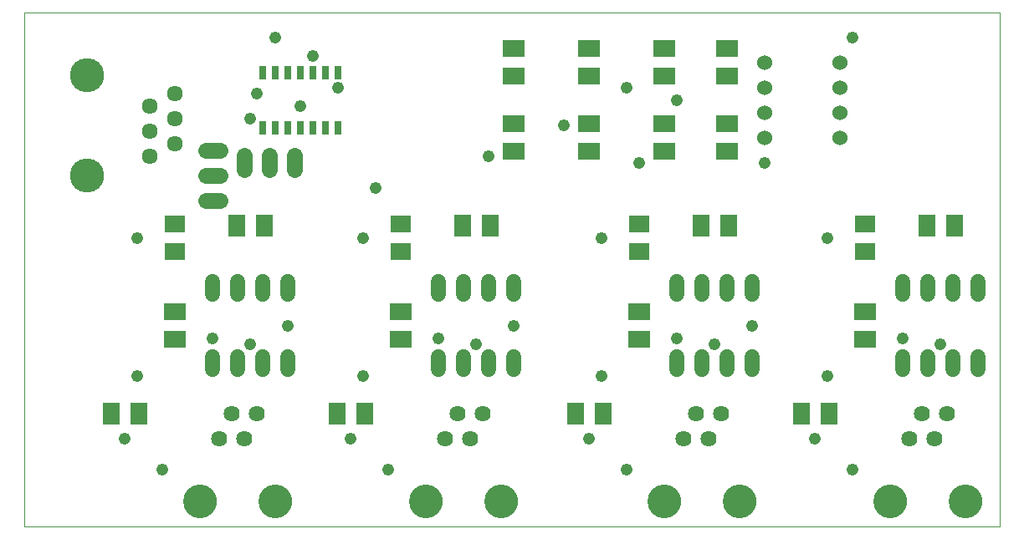
<source format=gts>
G75*
G70*
%OFA0B0*%
%FSLAX24Y24*%
%IPPOS*%
%LPD*%
%AMOC8*
5,1,8,0,0,1.08239X$1,22.5*
%
%ADD10C,0.0000*%
%ADD11C,0.0600*%
%ADD12R,0.0867X0.0710*%
%ADD13R,0.0710X0.0867*%
%ADD14R,0.0789X0.0710*%
%ADD15C,0.0634*%
%ADD16C,0.1360*%
%ADD17C,0.0640*%
%ADD18C,0.1340*%
%ADD19C,0.0600*%
%ADD20R,0.0316X0.0552*%
%ADD21C,0.0640*%
%ADD22C,0.0476*%
D10*
X000704Y003195D02*
X000704Y023691D01*
X039574Y023691D01*
X039574Y003195D01*
X000704Y003195D01*
X007074Y004195D02*
X007076Y004245D01*
X007082Y004295D01*
X007092Y004344D01*
X007106Y004392D01*
X007123Y004439D01*
X007144Y004484D01*
X007169Y004528D01*
X007197Y004569D01*
X007229Y004608D01*
X007263Y004645D01*
X007300Y004679D01*
X007340Y004709D01*
X007382Y004736D01*
X007426Y004760D01*
X007472Y004781D01*
X007519Y004797D01*
X007567Y004810D01*
X007617Y004819D01*
X007666Y004824D01*
X007717Y004825D01*
X007767Y004822D01*
X007816Y004815D01*
X007865Y004804D01*
X007913Y004789D01*
X007959Y004771D01*
X008004Y004749D01*
X008047Y004723D01*
X008088Y004694D01*
X008127Y004662D01*
X008163Y004627D01*
X008195Y004589D01*
X008225Y004549D01*
X008252Y004506D01*
X008275Y004462D01*
X008294Y004416D01*
X008310Y004368D01*
X008322Y004319D01*
X008330Y004270D01*
X008334Y004220D01*
X008334Y004170D01*
X008330Y004120D01*
X008322Y004071D01*
X008310Y004022D01*
X008294Y003974D01*
X008275Y003928D01*
X008252Y003884D01*
X008225Y003841D01*
X008195Y003801D01*
X008163Y003763D01*
X008127Y003728D01*
X008088Y003696D01*
X008047Y003667D01*
X008004Y003641D01*
X007959Y003619D01*
X007913Y003601D01*
X007865Y003586D01*
X007816Y003575D01*
X007767Y003568D01*
X007717Y003565D01*
X007666Y003566D01*
X007617Y003571D01*
X007567Y003580D01*
X007519Y003593D01*
X007472Y003609D01*
X007426Y003630D01*
X007382Y003654D01*
X007340Y003681D01*
X007300Y003711D01*
X007263Y003745D01*
X007229Y003782D01*
X007197Y003821D01*
X007169Y003862D01*
X007144Y003906D01*
X007123Y003951D01*
X007106Y003998D01*
X007092Y004046D01*
X007082Y004095D01*
X007076Y004145D01*
X007074Y004195D01*
X010074Y004195D02*
X010076Y004245D01*
X010082Y004295D01*
X010092Y004344D01*
X010106Y004392D01*
X010123Y004439D01*
X010144Y004484D01*
X010169Y004528D01*
X010197Y004569D01*
X010229Y004608D01*
X010263Y004645D01*
X010300Y004679D01*
X010340Y004709D01*
X010382Y004736D01*
X010426Y004760D01*
X010472Y004781D01*
X010519Y004797D01*
X010567Y004810D01*
X010617Y004819D01*
X010666Y004824D01*
X010717Y004825D01*
X010767Y004822D01*
X010816Y004815D01*
X010865Y004804D01*
X010913Y004789D01*
X010959Y004771D01*
X011004Y004749D01*
X011047Y004723D01*
X011088Y004694D01*
X011127Y004662D01*
X011163Y004627D01*
X011195Y004589D01*
X011225Y004549D01*
X011252Y004506D01*
X011275Y004462D01*
X011294Y004416D01*
X011310Y004368D01*
X011322Y004319D01*
X011330Y004270D01*
X011334Y004220D01*
X011334Y004170D01*
X011330Y004120D01*
X011322Y004071D01*
X011310Y004022D01*
X011294Y003974D01*
X011275Y003928D01*
X011252Y003884D01*
X011225Y003841D01*
X011195Y003801D01*
X011163Y003763D01*
X011127Y003728D01*
X011088Y003696D01*
X011047Y003667D01*
X011004Y003641D01*
X010959Y003619D01*
X010913Y003601D01*
X010865Y003586D01*
X010816Y003575D01*
X010767Y003568D01*
X010717Y003565D01*
X010666Y003566D01*
X010617Y003571D01*
X010567Y003580D01*
X010519Y003593D01*
X010472Y003609D01*
X010426Y003630D01*
X010382Y003654D01*
X010340Y003681D01*
X010300Y003711D01*
X010263Y003745D01*
X010229Y003782D01*
X010197Y003821D01*
X010169Y003862D01*
X010144Y003906D01*
X010123Y003951D01*
X010106Y003998D01*
X010092Y004046D01*
X010082Y004095D01*
X010076Y004145D01*
X010074Y004195D01*
X016074Y004195D02*
X016076Y004245D01*
X016082Y004295D01*
X016092Y004344D01*
X016106Y004392D01*
X016123Y004439D01*
X016144Y004484D01*
X016169Y004528D01*
X016197Y004569D01*
X016229Y004608D01*
X016263Y004645D01*
X016300Y004679D01*
X016340Y004709D01*
X016382Y004736D01*
X016426Y004760D01*
X016472Y004781D01*
X016519Y004797D01*
X016567Y004810D01*
X016617Y004819D01*
X016666Y004824D01*
X016717Y004825D01*
X016767Y004822D01*
X016816Y004815D01*
X016865Y004804D01*
X016913Y004789D01*
X016959Y004771D01*
X017004Y004749D01*
X017047Y004723D01*
X017088Y004694D01*
X017127Y004662D01*
X017163Y004627D01*
X017195Y004589D01*
X017225Y004549D01*
X017252Y004506D01*
X017275Y004462D01*
X017294Y004416D01*
X017310Y004368D01*
X017322Y004319D01*
X017330Y004270D01*
X017334Y004220D01*
X017334Y004170D01*
X017330Y004120D01*
X017322Y004071D01*
X017310Y004022D01*
X017294Y003974D01*
X017275Y003928D01*
X017252Y003884D01*
X017225Y003841D01*
X017195Y003801D01*
X017163Y003763D01*
X017127Y003728D01*
X017088Y003696D01*
X017047Y003667D01*
X017004Y003641D01*
X016959Y003619D01*
X016913Y003601D01*
X016865Y003586D01*
X016816Y003575D01*
X016767Y003568D01*
X016717Y003565D01*
X016666Y003566D01*
X016617Y003571D01*
X016567Y003580D01*
X016519Y003593D01*
X016472Y003609D01*
X016426Y003630D01*
X016382Y003654D01*
X016340Y003681D01*
X016300Y003711D01*
X016263Y003745D01*
X016229Y003782D01*
X016197Y003821D01*
X016169Y003862D01*
X016144Y003906D01*
X016123Y003951D01*
X016106Y003998D01*
X016092Y004046D01*
X016082Y004095D01*
X016076Y004145D01*
X016074Y004195D01*
X019074Y004195D02*
X019076Y004245D01*
X019082Y004295D01*
X019092Y004344D01*
X019106Y004392D01*
X019123Y004439D01*
X019144Y004484D01*
X019169Y004528D01*
X019197Y004569D01*
X019229Y004608D01*
X019263Y004645D01*
X019300Y004679D01*
X019340Y004709D01*
X019382Y004736D01*
X019426Y004760D01*
X019472Y004781D01*
X019519Y004797D01*
X019567Y004810D01*
X019617Y004819D01*
X019666Y004824D01*
X019717Y004825D01*
X019767Y004822D01*
X019816Y004815D01*
X019865Y004804D01*
X019913Y004789D01*
X019959Y004771D01*
X020004Y004749D01*
X020047Y004723D01*
X020088Y004694D01*
X020127Y004662D01*
X020163Y004627D01*
X020195Y004589D01*
X020225Y004549D01*
X020252Y004506D01*
X020275Y004462D01*
X020294Y004416D01*
X020310Y004368D01*
X020322Y004319D01*
X020330Y004270D01*
X020334Y004220D01*
X020334Y004170D01*
X020330Y004120D01*
X020322Y004071D01*
X020310Y004022D01*
X020294Y003974D01*
X020275Y003928D01*
X020252Y003884D01*
X020225Y003841D01*
X020195Y003801D01*
X020163Y003763D01*
X020127Y003728D01*
X020088Y003696D01*
X020047Y003667D01*
X020004Y003641D01*
X019959Y003619D01*
X019913Y003601D01*
X019865Y003586D01*
X019816Y003575D01*
X019767Y003568D01*
X019717Y003565D01*
X019666Y003566D01*
X019617Y003571D01*
X019567Y003580D01*
X019519Y003593D01*
X019472Y003609D01*
X019426Y003630D01*
X019382Y003654D01*
X019340Y003681D01*
X019300Y003711D01*
X019263Y003745D01*
X019229Y003782D01*
X019197Y003821D01*
X019169Y003862D01*
X019144Y003906D01*
X019123Y003951D01*
X019106Y003998D01*
X019092Y004046D01*
X019082Y004095D01*
X019076Y004145D01*
X019074Y004195D01*
X025574Y004195D02*
X025576Y004245D01*
X025582Y004295D01*
X025592Y004344D01*
X025606Y004392D01*
X025623Y004439D01*
X025644Y004484D01*
X025669Y004528D01*
X025697Y004569D01*
X025729Y004608D01*
X025763Y004645D01*
X025800Y004679D01*
X025840Y004709D01*
X025882Y004736D01*
X025926Y004760D01*
X025972Y004781D01*
X026019Y004797D01*
X026067Y004810D01*
X026117Y004819D01*
X026166Y004824D01*
X026217Y004825D01*
X026267Y004822D01*
X026316Y004815D01*
X026365Y004804D01*
X026413Y004789D01*
X026459Y004771D01*
X026504Y004749D01*
X026547Y004723D01*
X026588Y004694D01*
X026627Y004662D01*
X026663Y004627D01*
X026695Y004589D01*
X026725Y004549D01*
X026752Y004506D01*
X026775Y004462D01*
X026794Y004416D01*
X026810Y004368D01*
X026822Y004319D01*
X026830Y004270D01*
X026834Y004220D01*
X026834Y004170D01*
X026830Y004120D01*
X026822Y004071D01*
X026810Y004022D01*
X026794Y003974D01*
X026775Y003928D01*
X026752Y003884D01*
X026725Y003841D01*
X026695Y003801D01*
X026663Y003763D01*
X026627Y003728D01*
X026588Y003696D01*
X026547Y003667D01*
X026504Y003641D01*
X026459Y003619D01*
X026413Y003601D01*
X026365Y003586D01*
X026316Y003575D01*
X026267Y003568D01*
X026217Y003565D01*
X026166Y003566D01*
X026117Y003571D01*
X026067Y003580D01*
X026019Y003593D01*
X025972Y003609D01*
X025926Y003630D01*
X025882Y003654D01*
X025840Y003681D01*
X025800Y003711D01*
X025763Y003745D01*
X025729Y003782D01*
X025697Y003821D01*
X025669Y003862D01*
X025644Y003906D01*
X025623Y003951D01*
X025606Y003998D01*
X025592Y004046D01*
X025582Y004095D01*
X025576Y004145D01*
X025574Y004195D01*
X028574Y004195D02*
X028576Y004245D01*
X028582Y004295D01*
X028592Y004344D01*
X028606Y004392D01*
X028623Y004439D01*
X028644Y004484D01*
X028669Y004528D01*
X028697Y004569D01*
X028729Y004608D01*
X028763Y004645D01*
X028800Y004679D01*
X028840Y004709D01*
X028882Y004736D01*
X028926Y004760D01*
X028972Y004781D01*
X029019Y004797D01*
X029067Y004810D01*
X029117Y004819D01*
X029166Y004824D01*
X029217Y004825D01*
X029267Y004822D01*
X029316Y004815D01*
X029365Y004804D01*
X029413Y004789D01*
X029459Y004771D01*
X029504Y004749D01*
X029547Y004723D01*
X029588Y004694D01*
X029627Y004662D01*
X029663Y004627D01*
X029695Y004589D01*
X029725Y004549D01*
X029752Y004506D01*
X029775Y004462D01*
X029794Y004416D01*
X029810Y004368D01*
X029822Y004319D01*
X029830Y004270D01*
X029834Y004220D01*
X029834Y004170D01*
X029830Y004120D01*
X029822Y004071D01*
X029810Y004022D01*
X029794Y003974D01*
X029775Y003928D01*
X029752Y003884D01*
X029725Y003841D01*
X029695Y003801D01*
X029663Y003763D01*
X029627Y003728D01*
X029588Y003696D01*
X029547Y003667D01*
X029504Y003641D01*
X029459Y003619D01*
X029413Y003601D01*
X029365Y003586D01*
X029316Y003575D01*
X029267Y003568D01*
X029217Y003565D01*
X029166Y003566D01*
X029117Y003571D01*
X029067Y003580D01*
X029019Y003593D01*
X028972Y003609D01*
X028926Y003630D01*
X028882Y003654D01*
X028840Y003681D01*
X028800Y003711D01*
X028763Y003745D01*
X028729Y003782D01*
X028697Y003821D01*
X028669Y003862D01*
X028644Y003906D01*
X028623Y003951D01*
X028606Y003998D01*
X028592Y004046D01*
X028582Y004095D01*
X028576Y004145D01*
X028574Y004195D01*
X034574Y004195D02*
X034576Y004245D01*
X034582Y004295D01*
X034592Y004344D01*
X034606Y004392D01*
X034623Y004439D01*
X034644Y004484D01*
X034669Y004528D01*
X034697Y004569D01*
X034729Y004608D01*
X034763Y004645D01*
X034800Y004679D01*
X034840Y004709D01*
X034882Y004736D01*
X034926Y004760D01*
X034972Y004781D01*
X035019Y004797D01*
X035067Y004810D01*
X035117Y004819D01*
X035166Y004824D01*
X035217Y004825D01*
X035267Y004822D01*
X035316Y004815D01*
X035365Y004804D01*
X035413Y004789D01*
X035459Y004771D01*
X035504Y004749D01*
X035547Y004723D01*
X035588Y004694D01*
X035627Y004662D01*
X035663Y004627D01*
X035695Y004589D01*
X035725Y004549D01*
X035752Y004506D01*
X035775Y004462D01*
X035794Y004416D01*
X035810Y004368D01*
X035822Y004319D01*
X035830Y004270D01*
X035834Y004220D01*
X035834Y004170D01*
X035830Y004120D01*
X035822Y004071D01*
X035810Y004022D01*
X035794Y003974D01*
X035775Y003928D01*
X035752Y003884D01*
X035725Y003841D01*
X035695Y003801D01*
X035663Y003763D01*
X035627Y003728D01*
X035588Y003696D01*
X035547Y003667D01*
X035504Y003641D01*
X035459Y003619D01*
X035413Y003601D01*
X035365Y003586D01*
X035316Y003575D01*
X035267Y003568D01*
X035217Y003565D01*
X035166Y003566D01*
X035117Y003571D01*
X035067Y003580D01*
X035019Y003593D01*
X034972Y003609D01*
X034926Y003630D01*
X034882Y003654D01*
X034840Y003681D01*
X034800Y003711D01*
X034763Y003745D01*
X034729Y003782D01*
X034697Y003821D01*
X034669Y003862D01*
X034644Y003906D01*
X034623Y003951D01*
X034606Y003998D01*
X034592Y004046D01*
X034582Y004095D01*
X034576Y004145D01*
X034574Y004195D01*
X037574Y004195D02*
X037576Y004245D01*
X037582Y004295D01*
X037592Y004344D01*
X037606Y004392D01*
X037623Y004439D01*
X037644Y004484D01*
X037669Y004528D01*
X037697Y004569D01*
X037729Y004608D01*
X037763Y004645D01*
X037800Y004679D01*
X037840Y004709D01*
X037882Y004736D01*
X037926Y004760D01*
X037972Y004781D01*
X038019Y004797D01*
X038067Y004810D01*
X038117Y004819D01*
X038166Y004824D01*
X038217Y004825D01*
X038267Y004822D01*
X038316Y004815D01*
X038365Y004804D01*
X038413Y004789D01*
X038459Y004771D01*
X038504Y004749D01*
X038547Y004723D01*
X038588Y004694D01*
X038627Y004662D01*
X038663Y004627D01*
X038695Y004589D01*
X038725Y004549D01*
X038752Y004506D01*
X038775Y004462D01*
X038794Y004416D01*
X038810Y004368D01*
X038822Y004319D01*
X038830Y004270D01*
X038834Y004220D01*
X038834Y004170D01*
X038830Y004120D01*
X038822Y004071D01*
X038810Y004022D01*
X038794Y003974D01*
X038775Y003928D01*
X038752Y003884D01*
X038725Y003841D01*
X038695Y003801D01*
X038663Y003763D01*
X038627Y003728D01*
X038588Y003696D01*
X038547Y003667D01*
X038504Y003641D01*
X038459Y003619D01*
X038413Y003601D01*
X038365Y003586D01*
X038316Y003575D01*
X038267Y003568D01*
X038217Y003565D01*
X038166Y003566D01*
X038117Y003571D01*
X038067Y003580D01*
X038019Y003593D01*
X037972Y003609D01*
X037926Y003630D01*
X037882Y003654D01*
X037840Y003681D01*
X037800Y003711D01*
X037763Y003745D01*
X037729Y003782D01*
X037697Y003821D01*
X037669Y003862D01*
X037644Y003906D01*
X037623Y003951D01*
X037606Y003998D01*
X037592Y004046D01*
X037582Y004095D01*
X037576Y004145D01*
X037574Y004195D01*
X002564Y017195D02*
X002566Y017245D01*
X002572Y017295D01*
X002582Y017344D01*
X002595Y017393D01*
X002613Y017440D01*
X002634Y017486D01*
X002658Y017529D01*
X002686Y017571D01*
X002717Y017611D01*
X002751Y017648D01*
X002788Y017682D01*
X002828Y017713D01*
X002870Y017741D01*
X002913Y017765D01*
X002959Y017786D01*
X003006Y017804D01*
X003055Y017817D01*
X003104Y017827D01*
X003154Y017833D01*
X003204Y017835D01*
X003254Y017833D01*
X003304Y017827D01*
X003353Y017817D01*
X003402Y017804D01*
X003449Y017786D01*
X003495Y017765D01*
X003538Y017741D01*
X003580Y017713D01*
X003620Y017682D01*
X003657Y017648D01*
X003691Y017611D01*
X003722Y017571D01*
X003750Y017529D01*
X003774Y017486D01*
X003795Y017440D01*
X003813Y017393D01*
X003826Y017344D01*
X003836Y017295D01*
X003842Y017245D01*
X003844Y017195D01*
X003842Y017145D01*
X003836Y017095D01*
X003826Y017046D01*
X003813Y016997D01*
X003795Y016950D01*
X003774Y016904D01*
X003750Y016861D01*
X003722Y016819D01*
X003691Y016779D01*
X003657Y016742D01*
X003620Y016708D01*
X003580Y016677D01*
X003538Y016649D01*
X003495Y016625D01*
X003449Y016604D01*
X003402Y016586D01*
X003353Y016573D01*
X003304Y016563D01*
X003254Y016557D01*
X003204Y016555D01*
X003154Y016557D01*
X003104Y016563D01*
X003055Y016573D01*
X003006Y016586D01*
X002959Y016604D01*
X002913Y016625D01*
X002870Y016649D01*
X002828Y016677D01*
X002788Y016708D01*
X002751Y016742D01*
X002717Y016779D01*
X002686Y016819D01*
X002658Y016861D01*
X002634Y016904D01*
X002613Y016950D01*
X002595Y016997D01*
X002582Y017046D01*
X002572Y017095D01*
X002566Y017145D01*
X002564Y017195D01*
X002564Y021195D02*
X002566Y021245D01*
X002572Y021295D01*
X002582Y021344D01*
X002595Y021393D01*
X002613Y021440D01*
X002634Y021486D01*
X002658Y021529D01*
X002686Y021571D01*
X002717Y021611D01*
X002751Y021648D01*
X002788Y021682D01*
X002828Y021713D01*
X002870Y021741D01*
X002913Y021765D01*
X002959Y021786D01*
X003006Y021804D01*
X003055Y021817D01*
X003104Y021827D01*
X003154Y021833D01*
X003204Y021835D01*
X003254Y021833D01*
X003304Y021827D01*
X003353Y021817D01*
X003402Y021804D01*
X003449Y021786D01*
X003495Y021765D01*
X003538Y021741D01*
X003580Y021713D01*
X003620Y021682D01*
X003657Y021648D01*
X003691Y021611D01*
X003722Y021571D01*
X003750Y021529D01*
X003774Y021486D01*
X003795Y021440D01*
X003813Y021393D01*
X003826Y021344D01*
X003836Y021295D01*
X003842Y021245D01*
X003844Y021195D01*
X003842Y021145D01*
X003836Y021095D01*
X003826Y021046D01*
X003813Y020997D01*
X003795Y020950D01*
X003774Y020904D01*
X003750Y020861D01*
X003722Y020819D01*
X003691Y020779D01*
X003657Y020742D01*
X003620Y020708D01*
X003580Y020677D01*
X003538Y020649D01*
X003495Y020625D01*
X003449Y020604D01*
X003402Y020586D01*
X003353Y020573D01*
X003304Y020563D01*
X003254Y020557D01*
X003204Y020555D01*
X003154Y020557D01*
X003104Y020563D01*
X003055Y020573D01*
X003006Y020586D01*
X002959Y020604D01*
X002913Y020625D01*
X002870Y020649D01*
X002828Y020677D01*
X002788Y020708D01*
X002751Y020742D01*
X002717Y020779D01*
X002686Y020819D01*
X002658Y020861D01*
X002634Y020904D01*
X002613Y020950D01*
X002595Y020997D01*
X002582Y021046D01*
X002572Y021095D01*
X002566Y021145D01*
X002564Y021195D01*
D11*
X008204Y012955D02*
X008204Y012435D01*
X009204Y012435D02*
X009204Y012955D01*
X010204Y012955D02*
X010204Y012435D01*
X011204Y012435D02*
X011204Y012955D01*
X011204Y009955D02*
X011204Y009435D01*
X010204Y009435D02*
X010204Y009955D01*
X009204Y009955D02*
X009204Y009435D01*
X008204Y009435D02*
X008204Y009955D01*
X017204Y009955D02*
X017204Y009435D01*
X018204Y009435D02*
X018204Y009955D01*
X019204Y009955D02*
X019204Y009435D01*
X020204Y009435D02*
X020204Y009955D01*
X020204Y012435D02*
X020204Y012955D01*
X019204Y012955D02*
X019204Y012435D01*
X018204Y012435D02*
X018204Y012955D01*
X017204Y012955D02*
X017204Y012435D01*
X026704Y012435D02*
X026704Y012955D01*
X027704Y012955D02*
X027704Y012435D01*
X028704Y012435D02*
X028704Y012955D01*
X029704Y012955D02*
X029704Y012435D01*
X029704Y009955D02*
X029704Y009435D01*
X028704Y009435D02*
X028704Y009955D01*
X027704Y009955D02*
X027704Y009435D01*
X026704Y009435D02*
X026704Y009955D01*
X035704Y009955D02*
X035704Y009435D01*
X036704Y009435D02*
X036704Y009955D01*
X037704Y009955D02*
X037704Y009435D01*
X038704Y009435D02*
X038704Y009955D01*
X038704Y012435D02*
X038704Y012955D01*
X037704Y012955D02*
X037704Y012435D01*
X036704Y012435D02*
X036704Y012955D01*
X035704Y012955D02*
X035704Y012435D01*
D12*
X034204Y011746D03*
X034204Y010644D03*
X025204Y010644D03*
X025204Y011746D03*
X015704Y011746D03*
X015704Y010644D03*
X006704Y010644D03*
X006704Y011746D03*
X020204Y018144D03*
X020204Y019246D03*
X020204Y021144D03*
X020204Y022246D03*
X023204Y022246D03*
X023204Y021144D03*
X023204Y019246D03*
X023204Y018144D03*
X026204Y018144D03*
X026204Y019246D03*
X028704Y019246D03*
X028704Y018144D03*
X028704Y021144D03*
X028704Y022246D03*
X026204Y022246D03*
X026204Y021144D03*
D13*
X027653Y015195D03*
X028755Y015195D03*
X036653Y015195D03*
X037755Y015195D03*
X032755Y007695D03*
X031653Y007695D03*
X023755Y007695D03*
X022653Y007695D03*
X014255Y007695D03*
X013153Y007695D03*
X005255Y007695D03*
X004153Y007695D03*
X009153Y015195D03*
X010255Y015195D03*
X018153Y015195D03*
X019255Y015195D03*
D14*
X015704Y015246D03*
X015704Y014144D03*
X006704Y014144D03*
X006704Y015246D03*
X025204Y015246D03*
X025204Y014144D03*
X034204Y014144D03*
X034204Y015246D03*
D15*
X006704Y018445D03*
X005704Y017945D03*
X005704Y018945D03*
X006704Y019445D03*
X005704Y019945D03*
X006704Y020445D03*
D16*
X003204Y021195D03*
X003204Y017195D03*
D17*
X008954Y007695D03*
X009954Y007695D03*
X009454Y006695D03*
X008454Y006695D03*
X017454Y006695D03*
X018454Y006695D03*
X018954Y007695D03*
X017954Y007695D03*
X026954Y006695D03*
X027954Y006695D03*
X028454Y007695D03*
X027454Y007695D03*
X035954Y006695D03*
X036954Y006695D03*
X037454Y007695D03*
X036454Y007695D03*
D18*
X035204Y004195D03*
X038204Y004195D03*
X029204Y004195D03*
X026204Y004195D03*
X019704Y004195D03*
X016704Y004195D03*
X010704Y004195D03*
X007704Y004195D03*
D19*
X030204Y018695D03*
X030204Y019695D03*
X030204Y020695D03*
X030204Y021695D03*
X033204Y021695D03*
X033204Y020695D03*
X033204Y019695D03*
X033204Y018695D03*
D20*
X013204Y019093D03*
X012704Y019093D03*
X012204Y019093D03*
X011704Y019093D03*
X011204Y019093D03*
X010704Y019093D03*
X010204Y019093D03*
X010204Y021297D03*
X010704Y021297D03*
X011204Y021297D03*
X011704Y021297D03*
X012204Y021297D03*
X012704Y021297D03*
X013204Y021297D03*
D21*
X011454Y017975D02*
X011454Y017415D01*
X010454Y017415D02*
X010454Y017975D01*
X009454Y017975D02*
X009454Y017415D01*
X008484Y017195D02*
X007924Y017195D01*
X007924Y016195D02*
X008484Y016195D01*
X008484Y018195D02*
X007924Y018195D01*
D22*
X009704Y019445D03*
X009954Y020445D03*
X011704Y019945D03*
X013204Y020695D03*
X012204Y021945D03*
X010704Y022695D03*
X019204Y017945D03*
X022204Y019195D03*
X024704Y020695D03*
X026704Y020195D03*
X025204Y017695D03*
X023704Y014695D03*
X020204Y011195D03*
X018704Y010445D03*
X017204Y010695D03*
X014204Y009195D03*
X011204Y011195D03*
X009704Y010445D03*
X008204Y010695D03*
X005204Y009195D03*
X004704Y006695D03*
X006204Y005445D03*
X013704Y006695D03*
X015204Y005445D03*
X023204Y006695D03*
X024704Y005445D03*
X023704Y009195D03*
X026704Y010695D03*
X028204Y010445D03*
X029704Y011195D03*
X032704Y009195D03*
X035704Y010695D03*
X037204Y010445D03*
X032204Y006695D03*
X033704Y005445D03*
X032704Y014695D03*
X030204Y017695D03*
X033704Y022695D03*
X014704Y016695D03*
X014204Y014695D03*
X005204Y014695D03*
M02*

</source>
